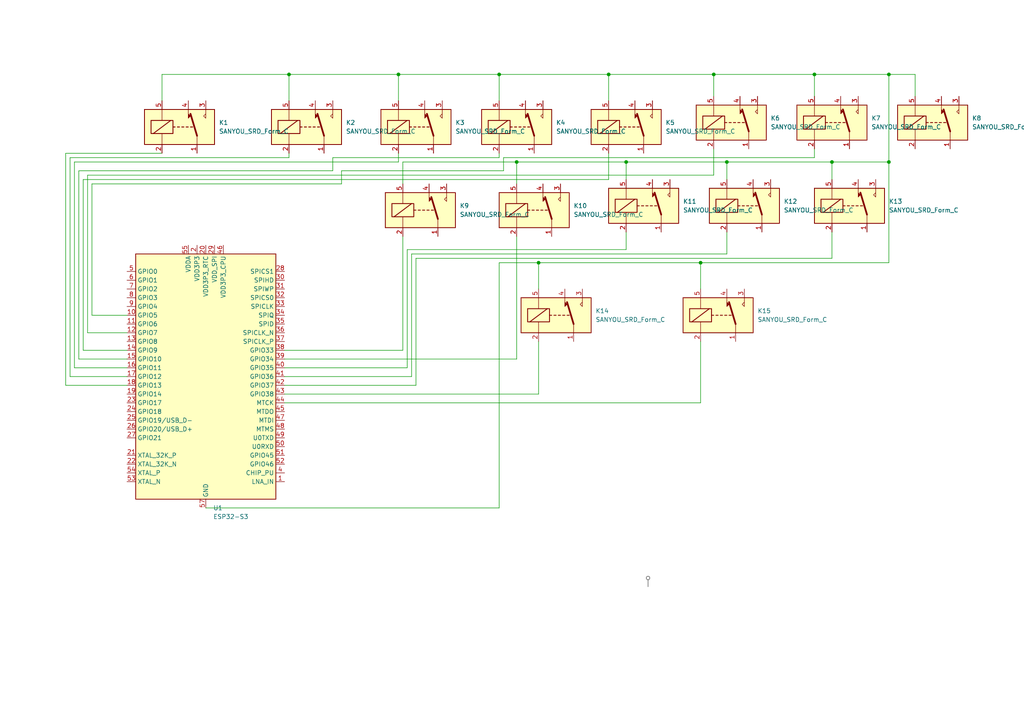
<source format=kicad_sch>
(kicad_sch (version 20250114) (generator "eeschema") (generator_version "9.0")
  (paper "A4")
  (lib_symbols
    (symbol "MCU_Espressif:ESP32-S3"
      (property "Reference" "U" (at 10.16 -38.1 0))
      (property "Value" "ESP32-S3" (at 13.97 -40.64 0))
      (symbol "ESP32-S3_0_1"
        (rectangle (start -20.32 35.56) (end 20.32 -35.56) (stroke (width 0.254)) (fill (type background)))
      )
      (symbol "ESP32-S3_1_0"
        (pin passive line (at -5.08 38.1 270) (length 2.54) (hide yes) (name "VDDA") (number "56"))
        (pin bidirectional line (at 22.86 12.7 180) (length 2.54) (name "SPICLK_N") (number "36"))
        (pin bidirectional line (at 22.86 -10.16 180) (length 2.54) (name "MTDO") (number "45"))
        (pin bidirectional line (at 22.86 -22.86 180) (length 2.54) (name "GPIO45") (number "51"))
      )
      (symbol "ESP32-S3_1_1"
        (pin bidirectional line (at -22.86 30.48 0) (length 2.54) (name "GPIO0") (number "5"))
        (pin bidirectional line (at -22.86 27.94 0) (length 2.54) (name "GPIO1") (number "6"))
        (pin bidirectional line (at -22.86 25.4 0) (length 2.54) (name "GPIO2") (number "7"))
        (pin bidirectional line (at -22.86 22.86 0) (length 2.54) (name "GPIO3") (number "8"))
        (pin bidirectional line (at -22.86 20.32 0) (length 2.54) (name "GPIO4") (number "9"))
        (pin bidirectional line (at -22.86 17.78 0) (length 2.54) (name "GPIO5") (number "10"))
        (pin bidirectional line (at -22.86 15.24 0) (length 2.54) (name "GPIO6") (number "11"))
        (pin bidirectional line (at -22.86 12.7 0) (length 2.54) (name "GPIO7") (number "12"))
        (pin bidirectional line (at -22.86 10.16 0) (length 2.54) (name "GPIO8") (number "13"))
        (pin bidirectional line (at -22.86 7.62 0) (length 2.54) (name "GPIO9") (number "14"))
        (pin bidirectional line (at -22.86 5.08 0) (length 2.54) (name "GPIO10") (number "15"))
        (pin bidirectional line (at -22.86 2.54 0) (length 2.54) (name "GPIO11") (number "16"))
        (pin bidirectional line (at -22.86 0 0) (length 2.54) (name "GPIO12") (number "17"))
        (pin bidirectional line (at -22.86 -2.54 0) (length 2.54) (name "GPIO13") (number "18"))
        (pin bidirectional line (at -22.86 -5.08 0) (length 2.54) (name "GPIO14") (number "19"))
        (pin bidirectional line (at -22.86 -7.62 0) (length 2.54) (name "GPIO17") (number "23"))
        (pin bidirectional line (at -22.86 -10.16 0) (length 2.54) (name "GPIO18") (number "24"))
        (pin bidirectional line (at -22.86 -12.7 0) (length 2.54) (name "GPIO19/USB_D-") (number "25"))
        (pin bidirectional line (at -22.86 -15.24 0) (length 2.54) (name "GPIO20/USB_D+") (number "26"))
        (pin bidirectional line (at -22.86 -17.78 0) (length 2.54) (name "GPIO21") (number "27"))
        (pin passive line (at -22.86 -22.86 0) (length 2.54) (name "XTAL_32K_P") (number "21"))
        (pin passive line (at -22.86 -25.4 0) (length 2.54) (name "XTAL_32K_N") (number "22"))
        (pin input line (at -22.86 -27.94 0) (length 2.54) (name "XTAL_P") (number "54"))
        (pin output line (at -22.86 -30.48 0) (length 2.54) (name "XTAL_N") (number "53"))
        (pin power_in line (at -5.08 38.1 270) (length 2.54) (name "VDDA") (number "55"))
        (pin power_in line (at -2.54 38.1 270) (length 2.54) (name "VDD3P3") (number "2"))
        (pin passive line (at -2.54 38.1 270) (length 2.54) (hide yes) (name "VDD3P3") (number "3"))
        (pin power_in line (at 0 38.1 270) (length 2.54) (name "VDD3P3_RTC") (number "20"))
        (pin power_in line (at 0 -38.1 90) (length 2.54) (name "GND") (number "57"))
        (pin power_in line (at 2.54 38.1 270) (length 2.54) (name "VDD_SPI") (number "29"))
        (pin power_in line (at 5.08 38.1 270) (length 2.54) (name "VDD3P3_CPU") (number "46"))
        (pin bidirectional line (at 22.86 30.48 180) (length 2.54) (name "SPICS1") (number "28"))
        (pin bidirectional line (at 22.86 27.94 180) (length 2.54) (name "SPIHD") (number "30"))
        (pin bidirectional line (at 22.86 25.4 180) (length 2.54) (name "SPIWP") (number "31"))
        (pin bidirectional line (at 22.86 22.86 180) (length 2.54) (name "SPICS0") (number "32"))
        (pin bidirectional line (at 22.86 20.32 180) (length 2.54) (name "SPICLK") (number "33"))
        (pin bidirectional line (at 22.86 17.78 180) (length 2.54) (name "SPIQ") (number "34"))
        (pin bidirectional line (at 22.86 15.24 180) (length 2.54) (name "SPID") (number "35"))
        (pin bidirectional line (at 22.86 10.16 180) (length 2.54) (name "SPICLK_P") (number "37"))
        (pin bidirectional line (at 22.86 7.62 180) (length 2.54) (name "GPIO33") (number "38"))
        (pin bidirectional line (at 22.86 5.08 180) (length 2.54) (name "GPIO34") (number "39"))
        (pin bidirectional line (at 22.86 2.54 180) (length 2.54) (name "GPIO35") (number "40"))
        (pin bidirectional line (at 22.86 0 180) (length 2.54) (name "GPIO36") (number "41"))
        (pin bidirectional line (at 22.86 -2.54 180) (length 2.54) (name "GPIO37") (number "42"))
        (pin bidirectional line (at 22.86 -5.08 180) (length 2.54) (name "GPIO38") (number "43"))
        (pin bidirectional line (at 22.86 -7.62 180) (length 2.54) (name "MTCK") (number "44"))
        (pin bidirectional line (at 22.86 -12.7 180) (length 2.54) (name "MTDI") (number "47"))
        (pin bidirectional line (at 22.86 -15.24 180) (length 2.54) (name "MTMS") (number "48"))
        (pin bidirectional line (at 22.86 -17.78 180) (length 2.54) (name "U0TXD") (number "49"))
        (pin bidirectional line (at 22.86 -20.32 180) (length 2.54) (name "U0RXD") (number "50"))
        (pin bidirectional line (at 22.86 -25.4 180) (length 2.54) (name "GPIO46") (number "52"))
        (pin input line (at 22.86 -27.94 180) (length 2.54) (name "CHIP_PU") (number "4"))
        (pin bidirectional line (at 22.86 -30.48 180) (length 2.54) (name "LNA_IN") (number "1"))
      )
    )
    (symbol "Relay:SANYOU_SRD_Form_C"
      (property "Reference" "K" (at 11.43 3.81 0))
      (property "Value" "SANYOU_SRD_Form_C" (at 11.43 1.27 0))
      (symbol "SANYOU_SRD_Form_C_0_0"
        (polyline (pts (xy 7.62 5.08) (xy 7.62 2.54) (xy 6.985 3.175) (xy 7.62 3.81)))
      )
      (symbol "SANYOU_SRD_Form_C_0_1"
        (rectangle (start -10.16 5.08) (end 10.16 -5.08) (stroke (width 0.254)) (fill (type background)))
        (rectangle (start -8.255 1.905) (end -1.905 -1.905) (stroke (width 0.254)))
        (polyline (pts (xy -7.62 -1.905) (xy -2.54 1.905)) (stroke (width 0.254)))
        (polyline (pts (xy -5.08 5.08) (xy -5.08 1.905)))
        (polyline (pts (xy -5.08 -5.08) (xy -5.08 -1.905)))
        (polyline (pts (xy -1.905 0) (xy -1.27 0)) (stroke (width 0.254)))
        (polyline (pts (xy -0.635 0) (xy 0 0)) (stroke (width 0.254)))
        (polyline (pts (xy 0.635 0) (xy 1.27 0)) (stroke (width 0.254)))
        (polyline (pts (xy 1.905 0) (xy 2.54 0)) (stroke (width 0.254)))
        (polyline (pts (xy 3.175 0) (xy 3.81 0)) (stroke (width 0.254)))
        (polyline (pts (xy 5.08 -2.54) (xy 3.175 3.81)) (stroke (width 0.508)))
        (polyline (pts (xy 5.08 -2.54) (xy 5.08 -5.08)))
      )
      (symbol "SANYOU_SRD_Form_C_1_1"
        (polyline (pts (xy 2.54 3.81) (xy 3.175 3.175) (xy 2.54 2.54) (xy 2.54 5.08)) (fill (type outline)))
        (pin passive line (at -5.08 7.62 270) (length 2.54) (name "~") (number "5"))
        (pin passive line (at -5.08 -7.62 90) (length 2.54) (name "~") (number "2"))
        (pin passive line (at 2.54 7.62 270) (length 2.54) (name "~") (number "4"))
        (pin passive line (at 5.08 -7.62 90) (length 2.54) (name "~") (number "1"))
        (pin passive line (at 7.62 7.62 270) (length 2.54) (name "~") (number "3"))
      )
    )
  )
  (junction (at 241.3 46.99))
  (junction (at 236.22 21.59))
  (junction (at 210.82 46.99))
  (junction (at 203.2 76.2))
  (junction (at 181.61 46.99))
  (junction (at 156.21 76.2))
  (junction (at 176.53 21.59))
  (junction (at 144.78 21.59))
  (junction (at 149.86 46.99))
  (junction (at 115.57 21.59))
  (junction (at 257.81 21.59))
  (junction (at 207.01 21.59))
  (junction (at 83.82 21.59))
  (junction (at 257.81 46.99))
  (wire (pts (xy 149.86 68.58) (xy 149.86 104.14)))
  (wire (pts (xy 144.78 44.45) (xy 144.78 45.72)))
  (wire (pts (xy 210.82 46.99) (xy 181.61 46.99)))
  (wire (pts (xy 36.83 101.6) (xy 24.13 101.6)))
  (wire (pts (xy 176.53 21.59) (xy 176.53 29.21)))
  (wire (pts (xy 59.69 147.32) (xy 144.78 147.32)))
  (wire (pts (xy 257.81 76.2) (xy 203.2 76.2)))
  (wire (pts (xy 210.82 67.31) (xy 210.82 73.66)))
  (wire (pts (xy 46.99 21.59) (xy 83.82 21.59)))
  (wire (pts (xy 257.81 21.59) (xy 257.81 46.99)))
  (wire (pts (xy 203.2 76.2) (xy 156.21 76.2)))
  (wire (pts (xy 19.05 111.76) (xy 19.05 44.45)))
  (wire (pts (xy 36.83 106.68) (xy 21.59 106.68)))
  (wire (pts (xy 146.05 49.53) (xy 99.06 49.53)))
  (wire (pts (xy 181.61 67.31) (xy 181.61 72.39)))
  (wire (pts (xy 36.83 111.76) (xy 19.05 111.76)))
  (wire (pts (xy 156.21 114.3) (xy 82.55 114.3)))
  (wire (pts (xy 144.78 45.72) (xy 96.52 45.72)))
  (wire (pts (xy 176.53 21.59) (xy 207.01 21.59)))
  (wire (pts (xy 265.43 21.59) (xy 265.43 27.94)))
  (wire (pts (xy 241.3 67.31) (xy 241.3 74.93)))
  (wire (pts (xy 24.13 101.6) (xy 24.13 52.07)))
  (wire (pts (xy 36.83 109.22) (xy 20.32 109.22)))
  (wire (pts (xy 116.84 101.6) (xy 82.55 101.6)))
  (wire (pts (xy 257.81 46.99) (xy 241.3 46.99)))
  (wire (pts (xy 144.78 21.59) (xy 176.53 21.59)))
  (wire (pts (xy 96.52 45.72) (xy 96.52 49.53)))
  (wire (pts (xy 24.13 52.07) (xy 176.53 52.07)))
  (wire (pts (xy 83.82 21.59) (xy 115.57 21.59)))
  (wire (pts (xy 25.4 96.52) (xy 36.83 96.52)))
  (wire (pts (xy 116.84 46.99) (xy 116.84 53.34)))
  (wire (pts (xy 26.67 91.44) (xy 36.83 91.44)))
  (wire (pts (xy 22.86 49.53) (xy 22.86 104.14)))
  (wire (pts (xy 99.06 49.53) (xy 99.06 53.34)))
  (wire (pts (xy 207.01 43.18) (xy 207.01 50.8)))
  (wire (pts (xy 241.3 74.93) (xy 120.65 74.93)))
  (wire (pts (xy 241.3 46.99) (xy 210.82 46.99)))
  (wire (pts (xy 96.52 49.53) (xy 22.86 49.53)))
  (wire (pts (xy 120.65 111.76) (xy 82.55 111.76)))
  (wire (pts (xy 149.86 46.99) (xy 116.84 46.99)))
  (wire (pts (xy 146.05 45.72) (xy 146.05 49.53)))
  (wire (pts (xy 236.22 21.59) (xy 236.22 27.94)))
  (wire (pts (xy 115.57 21.59) (xy 115.57 29.21)))
  (wire (pts (xy 118.11 72.39) (xy 118.11 106.68)))
  (wire (pts (xy 236.22 21.59) (xy 257.81 21.59)))
  (wire (pts (xy 181.61 46.99) (xy 181.61 52.07)))
  (wire (pts (xy 210.82 46.99) (xy 210.82 52.07)))
  (wire (pts (xy 236.22 43.18) (xy 236.22 45.72)))
  (wire (pts (xy 236.22 45.72) (xy 146.05 45.72)))
  (wire (pts (xy 25.4 50.8) (xy 25.4 96.52)))
  (wire (pts (xy 119.38 73.66) (xy 119.38 109.22)))
  (wire (pts (xy 21.59 106.68) (xy 21.59 46.99)))
  (wire (pts (xy 83.82 21.59) (xy 83.82 29.21)))
  (wire (pts (xy 144.78 76.2) (xy 156.21 76.2)))
  (wire (pts (xy 257.81 46.99) (xy 257.81 76.2)))
  (wire (pts (xy 20.32 109.22) (xy 20.32 45.72)))
  (wire (pts (xy 46.99 29.21) (xy 46.99 21.59)))
  (wire (pts (xy 207.01 50.8) (xy 25.4 50.8)))
  (wire (pts (xy 156.21 76.2) (xy 156.21 83.82)))
  (wire (pts (xy 149.86 104.14) (xy 82.55 104.14)))
  (wire (pts (xy 21.59 46.99) (xy 115.57 46.99)))
  (wire (pts (xy 116.84 68.58) (xy 116.84 101.6)))
  (wire (pts (xy 156.21 99.06) (xy 156.21 114.3)))
  (wire (pts (xy 181.61 46.99) (xy 149.86 46.99)))
  (wire (pts (xy 99.06 53.34) (xy 26.67 53.34)))
  (wire (pts (xy 181.61 72.39) (xy 118.11 72.39)))
  (wire (pts (xy 203.2 99.06) (xy 203.2 116.84)))
  (wire (pts (xy 144.78 147.32) (xy 144.78 76.2)))
  (wire (pts (xy 149.86 46.99) (xy 149.86 53.34)))
  (wire (pts (xy 115.57 46.99) (xy 115.57 44.45)))
  (wire (pts (xy 120.65 74.93) (xy 120.65 111.76)))
  (wire (pts (xy 115.57 21.59) (xy 144.78 21.59)))
  (wire (pts (xy 203.2 76.2) (xy 203.2 83.82)))
  (wire (pts (xy 26.67 53.34) (xy 26.67 91.44)))
  (wire (pts (xy 207.01 21.59) (xy 207.01 27.94)))
  (wire (pts (xy 176.53 52.07) (xy 176.53 44.45)))
  (wire (pts (xy 144.78 21.59) (xy 144.78 29.21)))
  (wire (pts (xy 203.2 116.84) (xy 82.55 116.84)))
  (wire (pts (xy 119.38 109.22) (xy 82.55 109.22)))
  (wire (pts (xy 20.32 45.72) (xy 83.82 45.72)))
  (wire (pts (xy 257.81 21.59) (xy 265.43 21.59)))
  (wire (pts (xy 210.82 73.66) (xy 119.38 73.66)))
  (wire (pts (xy 83.82 45.72) (xy 83.82 44.45)))
  (wire (pts (xy 19.05 44.45) (xy 46.99 44.45)))
  (wire (pts (xy 241.3 46.99) (xy 241.3 52.07)))
  (wire (pts (xy 22.86 104.14) (xy 36.83 104.14)))
  (wire (pts (xy 118.11 106.68) (xy 82.55 106.68)))
  (wire (pts (xy 207.01 21.59) (xy 236.22 21.59)))
  (netclass_flag "" (length 2.54) (shape round) (at 187.96 170.18 0))
  (symbol (lib_id "Relay:SANYOU_SRD_Form_C") (at 212.09 35.56 0) (unit 1)
    (property "Reference" "K6" (at 223.52 34.2899 0) (effects (justify left)))
    (property "Value" "SANYOU_SRD_Form_C" (at 223.52 36.8299 0) (effects (justify left)))
    (property "Footprint" "Relay_THT:Relay_SPDT_SANYOU_SRD_Series_Form_C" (effects (hide yes)))
    (property "Datasheet" "http://www.sanyourelay.ca/public/products/pdf/SRD.pdf" (effects (hide yes)))
    (property "Description" "Sanyo SRD relay, Single Pole Miniature Power Relay," (effects (hide yes)))
  )
  (symbol (lib_id "Relay:SANYOU_SRD_Form_C") (at 181.61 36.83 0) (unit 1)
    (property "Reference" "K5" (at 193.04 35.5599 0) (effects (justify left)))
    (property "Value" "SANYOU_SRD_Form_C" (at 193.04 38.0999 0) (effects (justify left)))
    (property "Footprint" "Relay_THT:Relay_SPDT_SANYOU_SRD_Series_Form_C" (effects (hide yes)))
    (property "Datasheet" "http://www.sanyourelay.ca/public/products/pdf/SRD.pdf" (effects (hide yes)))
    (property "Description" "Sanyo SRD relay, Single Pole Miniature Power Relay," (effects (hide yes)))
  )
  (symbol (lib_id "Relay:SANYOU_SRD_Form_C") (at 154.94 60.96 0) (unit 1)
    (property "Reference" "K10" (at 166.37 59.6899 0) (effects (justify left)))
    (property "Value" "SANYOU_SRD_Form_C" (at 166.37 62.2299 0) (effects (justify left)))
    (property "Footprint" "Relay_THT:Relay_SPDT_SANYOU_SRD_Series_Form_C" (effects (hide yes)))
    (property "Datasheet" "http://www.sanyourelay.ca/public/products/pdf/SRD.pdf" (effects (hide yes)))
    (property "Description" "Sanyo SRD relay, Single Pole Miniature Power Relay," (effects (hide yes)))
  )
  (symbol (lib_id "Relay:SANYOU_SRD_Form_C") (at 241.3 35.56 0) (unit 1)
    (property "Reference" "K7" (at 252.73 34.2899 0) (effects (justify left)))
    (property "Value" "SANYOU_SRD_Form_C" (at 252.73 36.8299 0) (effects (justify left)))
    (property "Footprint" "Relay_THT:Relay_SPDT_SANYOU_SRD_Series_Form_C" (effects (hide yes)))
    (property "Datasheet" "http://www.sanyourelay.ca/public/products/pdf/SRD.pdf" (effects (hide yes)))
    (property "Description" "Sanyo SRD relay, Single Pole Miniature Power Relay," (effects (hide yes)))
  )
  (symbol (lib_id "Relay:SANYOU_SRD_Form_C") (at 149.86 36.83 0) (unit 1)
    (property "Reference" "K4" (at 161.29 35.5599 0) (effects (justify left)))
    (property "Value" "SANYOU_SRD_Form_C" (at 161.29 38.0999 0) (effects (justify left)))
    (property "Footprint" "Relay_THT:Relay_SPDT_SANYOU_SRD_Series_Form_C" (effects (hide yes)))
    (property "Datasheet" "http://www.sanyourelay.ca/public/products/pdf/SRD.pdf" (effects (hide yes)))
    (property "Description" "Sanyo SRD relay, Single Pole Miniature Power Relay," (effects (hide yes)))
  )
  (symbol (lib_id "Relay:SANYOU_SRD_Form_C") (at 246.38 59.69 0) (unit 1)
    (property "Reference" "K13" (at 257.81 58.4199 0) (effects (justify left)))
    (property "Value" "SANYOU_SRD_Form_C" (at 257.81 60.9599 0) (effects (justify left)))
    (property "Footprint" "Relay_THT:Relay_SPDT_SANYOU_SRD_Series_Form_C" (effects (hide yes)))
    (property "Datasheet" "http://www.sanyourelay.ca/public/products/pdf/SRD.pdf" (effects (hide yes)))
    (property "Description" "Sanyo SRD relay, Single Pole Miniature Power Relay," (effects (hide yes)))
  )
  (symbol (lib_id "Relay:SANYOU_SRD_Form_C") (at 270.51 35.56 0) (unit 1)
    (property "Reference" "K8" (at 281.94 34.2899 0) (effects (justify left)))
    (property "Value" "SANYOU_SRD_Form_C" (at 281.94 36.8299 0) (effects (justify left)))
    (property "Footprint" "Relay_THT:Relay_SPDT_SANYOU_SRD_Series_Form_C" (effects (hide yes)))
    (property "Datasheet" "http://www.sanyourelay.ca/public/products/pdf/SRD.pdf" (effects (hide yes)))
    (property "Description" "Sanyo SRD relay, Single Pole Miniature Power Relay," (effects (hide yes)))
  )
  (symbol (lib_id "Relay:SANYOU_SRD_Form_C") (at 88.9 36.83 0) (unit 1)
    (property "Reference" "K2" (at 100.33 35.5599 0) (effects (justify left)))
    (property "Value" "SANYOU_SRD_Form_C" (at 100.33 38.0999 0) (effects (justify left)))
    (property "Footprint" "Relay_THT:Relay_SPDT_SANYOU_SRD_Series_Form_C" (effects (hide yes)))
    (property "Datasheet" "http://www.sanyourelay.ca/public/products/pdf/SRD.pdf" (effects (hide yes)))
    (property "Description" "Sanyo SRD relay, Single Pole Miniature Power Relay," (effects (hide yes)))
  )
  (symbol (lib_id "Relay:SANYOU_SRD_Form_C") (at 120.65 36.83 0) (unit 1)
    (property "Reference" "K3" (at 132.08 35.5599 0) (effects (justify left)))
    (property "Value" "SANYOU_SRD_Form_C" (at 132.08 38.0999 0) (effects (justify left)))
    (property "Footprint" "Relay_THT:Relay_SPDT_SANYOU_SRD_Series_Form_C" (effects (hide yes)))
    (property "Datasheet" "http://www.sanyourelay.ca/public/products/pdf/SRD.pdf" (effects (hide yes)))
    (property "Description" "Sanyo SRD relay, Single Pole Miniature Power Relay," (effects (hide yes)))
  )
  (symbol (lib_id "Relay:SANYOU_SRD_Form_C") (at 52.07 36.83 0) (unit 1)
    (property "Reference" "K1" (at 63.5 35.5599 0) (effects (justify left)))
    (property "Value" "SANYOU_SRD_Form_C" (at 63.5 38.0999 0) (effects (justify left)))
    (property "Footprint" "Relay_THT:Relay_SPDT_SANYOU_SRD_Series_Form_C" (effects (hide yes)))
    (property "Datasheet" "http://www.sanyourelay.ca/public/products/pdf/SRD.pdf" (effects (hide yes)))
    (property "Description" "Sanyo SRD relay, Single Pole Miniature Power Relay," (effects (hide yes)))
  )
  (symbol (lib_id "Relay:SANYOU_SRD_Form_C") (at 186.69 59.69 0) (unit 1)
    (property "Reference" "K11" (at 198.12 58.4199 0) (effects (justify left)))
    (property "Value" "SANYOU_SRD_Form_C" (at 198.12 60.9599 0) (effects (justify left)))
    (property "Footprint" "Relay_THT:Relay_SPDT_SANYOU_SRD_Series_Form_C" (effects (hide yes)))
    (property "Datasheet" "http://www.sanyourelay.ca/public/products/pdf/SRD.pdf" (effects (hide yes)))
    (property "Description" "Sanyo SRD relay, Single Pole Miniature Power Relay," (effects (hide yes)))
  )
  (symbol (lib_id "MCU_Espressif:ESP32-S3") (at 59.69 109.22 0) (unit 1)
    (property "Reference" "U1" (at 61.8333 147.32 0) (effects (justify left)))
    (property "Value" "ESP32-S3" (at 61.8333 149.86 0) (effects (justify left)))
    (property "Footprint" "Package_DFN_QFN:QFN-56-1EP_7x7mm_P0.4mm_EP4x4mm" (effects (hide yes)))
    (property "Datasheet" "https://www.espressif.com/sites/default/files/documentation/esp32-s3_datasheet_en.pdf" (effects (hide yes)))
    (property "Description" "Microcontroller, Wi-Fi 802.11b/g/n, Bluetooth, 32bit" (effects (hide yes)))
  )
  (symbol (lib_id "Relay:SANYOU_SRD_Form_C") (at 208.28 91.44 0) (unit 1)
    (property "Reference" "K15" (at 219.71 90.1699 0) (effects (justify left)))
    (property "Value" "SANYOU_SRD_Form_C" (at 219.71 92.7099 0) (effects (justify left)))
    (property "Footprint" "Relay_THT:Relay_SPDT_SANYOU_SRD_Series_Form_C" (effects (hide yes)))
    (property "Datasheet" "http://www.sanyourelay.ca/public/products/pdf/SRD.pdf" (effects (hide yes)))
    (property "Description" "Sanyo SRD relay, Single Pole Miniature Power Relay," (effects (hide yes)))
  )
  (symbol (lib_id "Relay:SANYOU_SRD_Form_C") (at 161.29 91.44 0) (unit 1)
    (property "Reference" "K14" (at 172.72 90.1699 0) (effects (justify left)))
    (property "Value" "SANYOU_SRD_Form_C" (at 172.72 92.7099 0) (effects (justify left)))
    (property "Footprint" "Relay_THT:Relay_SPDT_SANYOU_SRD_Series_Form_C" (effects (hide yes)))
    (property "Datasheet" "http://www.sanyourelay.ca/public/products/pdf/SRD.pdf" (effects (hide yes)))
    (property "Description" "Sanyo SRD relay, Single Pole Miniature Power Relay," (effects (hide yes)))
  )
  (symbol (lib_id "Relay:SANYOU_SRD_Form_C") (at 121.92 60.96 0) (unit 1)
    (property "Reference" "K9" (at 133.35 59.6899 0) (effects (justify left)))
    (property "Value" "SANYOU_SRD_Form_C" (at 133.35 62.2299 0) (effects (justify left)))
    (property "Footprint" "Relay_THT:Relay_SPDT_SANYOU_SRD_Series_Form_C" (effects (hide yes)))
    (property "Datasheet" "http://www.sanyourelay.ca/public/products/pdf/SRD.pdf" (effects (hide yes)))
    (property "Description" "Sanyo SRD relay, Single Pole Miniature Power Relay," (effects (hide yes)))
  )
  (symbol (lib_id "Relay:SANYOU_SRD_Form_C") (at 215.9 59.69 0) (unit 1)
    (property "Reference" "K12" (at 227.33 58.4199 0) (effects (justify left)))
    (property "Value" "SANYOU_SRD_Form_C" (at 227.33 60.9599 0) (effects (justify left)))
    (property "Footprint" "Relay_THT:Relay_SPDT_SANYOU_SRD_Series_Form_C" (effects (hide yes)))
    (property "Datasheet" "http://www.sanyourelay.ca/public/products/pdf/SRD.pdf" (effects (hide yes)))
    (property "Description" "Sanyo SRD relay, Single Pole Miniature Power Relay," (effects (hide yes)))
  )
)
</source>
